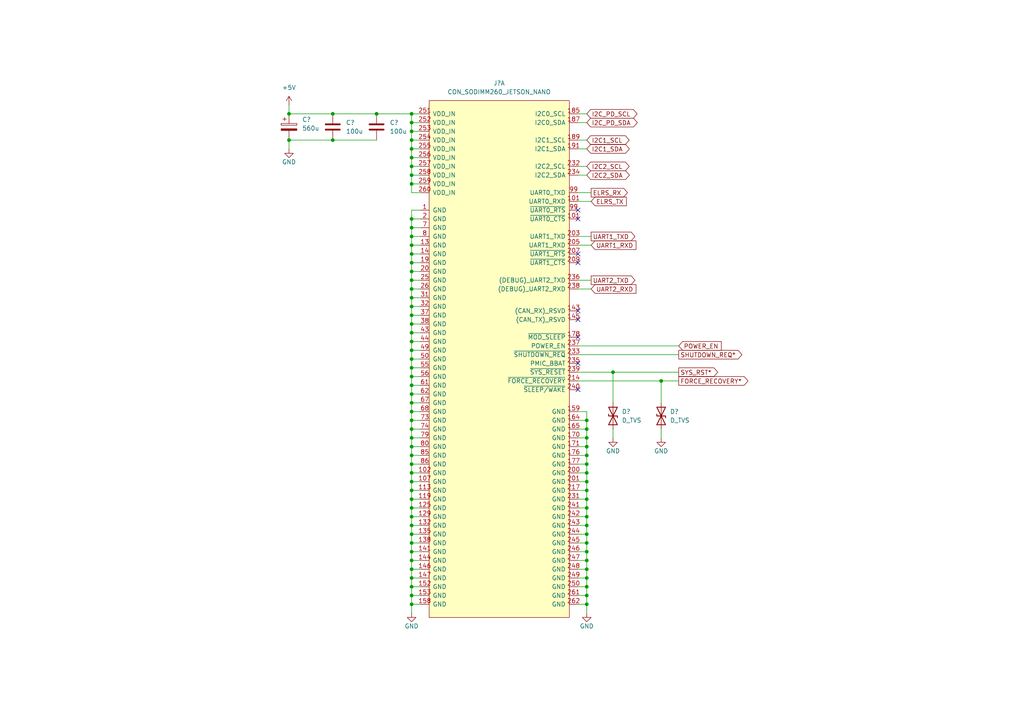
<source format=kicad_sch>
(kicad_sch (version 20211123) (generator eeschema)
  (paper "A4")
  (lib_symbols
    (symbol "Device:C" (pin_numbers hide) (pin_names (offset 0.254))
      (property "Reference" "C" (at 0.635 2.54 0))
      (property "Value" "C" (at 0.635 -2.54 0))
      (symbol "C_0_1"
        (polyline (pts (xy -2.032 -0.762) (xy 2.032 -0.762)) (stroke (width 0.508)))
        (polyline (pts (xy -2.032 0.762) (xy 2.032 0.762)) (stroke (width 0.508)))
      )
      (symbol "C_1_1"
        (pin passive line (at 0 3.81 270) (length 2.794) (name "~") (number "1"))
        (pin passive line (at 0 -3.81 90) (length 2.794) (name "~") (number "2"))
      )
    )
    (symbol "Device:C_Polarized" (pin_numbers hide) (pin_names (offset 0.254))
      (property "Reference" "C" (at 0.635 2.54 0))
      (property "Value" "C_Polarized" (at 0.635 -2.54 0))
      (symbol "C_Polarized_0_1"
        (rectangle (start -2.286 0.508) (end 2.286 1.016))
        (polyline (pts (xy -1.778 2.286) (xy -0.762 2.286)))
        (polyline (pts (xy -1.27 2.794) (xy -1.27 1.778)))
        (rectangle (start 2.286 -0.508) (end -2.286 -1.016) (fill (type outline)))
      )
      (symbol "C_Polarized_1_1"
        (pin passive line (at 0 3.81 270) (length 2.794) (name "~") (number "1"))
        (pin passive line (at 0 -3.81 90) (length 2.794) (name "~") (number "2"))
      )
    )
    (symbol "Device:D_TVS" (pin_numbers hide) (pin_names (offset 1.016) hide)
      (property "Reference" "D" (at 0 2.54 0))
      (property "Value" "D_TVS" (at 0 -2.54 0))
      (symbol "D_TVS_0_1"
        (polyline (pts (xy 1.27 0) (xy -1.27 0)))
        (polyline (pts (xy 0.508 1.27) (xy 0 1.27) (xy 0 -1.27) (xy -0.508 -1.27)) (stroke (width 0.254)))
        (polyline (pts (xy -2.54 1.27) (xy -2.54 -1.27) (xy 2.54 1.27) (xy 2.54 -1.27) (xy -2.54 1.27)) (stroke (width 0.254)))
      )
      (symbol "D_TVS_1_1"
        (pin passive line (at -3.81 0 0) (length 2.54) (name "A1") (number "1"))
        (pin passive line (at 3.81 0 180) (length 2.54) (name "A2") (number "2"))
      )
    )
    (symbol "SODIMM_Connector:CON_SODIMM260_JETSON_NANO" (pin_names (offset 1.016))
      (property "Reference" "J" (at 0 59.69 0))
      (property "Value" "CON_SODIMM260_JETSON_NANO" (at 0 55.88 0))
      (symbol "CON_SODIMM260_JETSON_NANO_1_1"
        (rectangle (start -20.32 73.66) (end 20.32 -76.2) (fill (type background)))
        (pin power_in line (at -22.86 41.91 0) (length 2.54) (name "GND") (number "1"))
        (pin input line (at 22.86 44.45 180) (length 2.54) (name "UART0_RXD") (number "101"))
        (pin input line (at 22.86 39.37 180) (length 2.54) (name "~{UART0_CTS}") (number "101"))
        (pin power_in line (at -22.86 -34.29 0) (length 2.54) (name "GND") (number "102"))
        (pin power_in line (at -22.86 -36.83 0) (length 2.54) (name "GND") (number "107"))
        (pin power_in line (at -22.86 -39.37 0) (length 2.54) (name "GND") (number "113"))
        (pin power_in line (at -22.86 -41.91 0) (length 2.54) (name "GND") (number "119"))
        (pin power_in line (at -22.86 -44.45 0) (length 2.54) (name "GND") (number "125"))
        (pin power_in line (at -22.86 -46.99 0) (length 2.54) (name "GND") (number "129"))
        (pin power_in line (at -22.86 31.75 0) (length 2.54) (name "GND") (number "13"))
        (pin power_in line (at -22.86 -49.53 0) (length 2.54) (name "GND") (number "132"))
        (pin power_in line (at -22.86 -52.07 0) (length 2.54) (name "GND") (number "135"))
        (pin power_in line (at -22.86 -54.61 0) (length 2.54) (name "GND") (number "138"))
        (pin power_in line (at -22.86 29.21 0) (length 2.54) (name "GND") (number "14"))
        (pin power_in line (at -22.86 -57.15 0) (length 2.54) (name "GND") (number "141"))
        (pin input line (at 22.86 12.7 180) (length 2.54) (name "(CAN_RX)_RSVD") (number "143"))
        (pin power_in line (at -22.86 -59.69 0) (length 2.54) (name "GND") (number "144"))
        (pin output line (at 22.86 10.16 180) (length 2.54) (name "(CAN_TX)_RSVD") (number "145"))
        (pin power_in line (at -22.86 -62.23 0) (length 2.54) (name "GND") (number "146"))
        (pin power_in line (at -22.86 -64.77 0) (length 2.54) (name "GND") (number "147"))
        (pin power_in line (at -22.86 -67.31 0) (length 2.54) (name "GND") (number "152"))
        (pin power_in line (at -22.86 -69.85 0) (length 2.54) (name "GND") (number "153"))
        (pin power_in line (at -22.86 -72.39 0) (length 2.54) (name "GND") (number "158"))
        (pin power_in line (at 22.86 -16.51 180) (length 2.54) (name "GND") (number "159"))
        (pin power_in line (at 22.86 -19.05 180) (length 2.54) (name "GND") (number "164"))
        (pin power_in line (at 22.86 -21.59 180) (length 2.54) (name "GND") (number "165"))
        (pin power_in line (at 22.86 -24.13 180) (length 2.54) (name "GND") (number "170"))
        (pin power_in line (at 22.86 -26.67 180) (length 2.54) (name "GND") (number "171"))
        (pin power_in line (at 22.86 -29.21 180) (length 2.54) (name "GND") (number "176"))
        (pin power_in line (at 22.86 -31.75 180) (length 2.54) (name "GND") (number "177"))
        (pin output line (at 22.86 5.08 180) (length 2.54) (name "~{MOD_SLEEP}") (number "178"))
        (pin bidirectional line (at 22.86 69.85 180) (length 2.54) (name "I2C0_SCL") (number "185"))
        (pin bidirectional line (at 22.86 67.31 180) (length 2.54) (name "I2C0_SDA") (number "187"))
        (pin bidirectional line (at 22.86 62.23 180) (length 2.54) (name "I2C1_SCL") (number "189"))
        (pin power_in line (at -22.86 26.67 0) (length 2.54) (name "GND") (number "19"))
        (pin bidirectional line (at 22.86 59.69 180) (length 2.54) (name "I2C1_SDA") (number "191"))
        (pin power_in line (at -22.86 39.37 0) (length 2.54) (name "GND") (number "2"))
        (pin power_in line (at -22.86 24.13 0) (length 2.54) (name "GND") (number "20"))
        (pin power_in line (at 22.86 -34.29 180) (length 2.54) (name "GND") (number "200"))
        (pin power_in line (at 22.86 -36.83 180) (length 2.54) (name "GND") (number "201"))
        (pin output line (at 22.86 34.29 180) (length 2.54) (name "UART1_TXD") (number "203"))
        (pin input line (at 22.86 31.75 180) (length 2.54) (name "UART1_RXD") (number "205"))
        (pin output line (at 22.86 29.21 180) (length 2.54) (name "~{UART1_RTS}") (number "207"))
        (pin input line (at 22.86 26.67 180) (length 2.54) (name "~{UART1_CTS}") (number "209"))
        (pin input line (at 22.86 -7.62 180) (length 2.54) (name "~{FORCE_RECOVERY}") (number "214"))
        (pin power_in line (at 22.86 -39.37 180) (length 2.54) (name "GND") (number "217"))
        (pin power_in line (at 22.86 -41.91 180) (length 2.54) (name "GND") (number "231"))
        (pin bidirectional line (at 22.86 54.61 180) (length 2.54) (name "I2C2_SCL") (number "232"))
        (pin output line (at 22.86 0 180) (length 2.54) (name "~{SHUTDOWN_REQ}") (number "233"))
        (pin bidirectional line (at 22.86 52.07 180) (length 2.54) (name "I2C2_SDA") (number "234"))
        (pin input line (at 22.86 -2.54 180) (length 2.54) (name "PMIC_BBAT") (number "235"))
        (pin output line (at 22.86 21.59 180) (length 2.54) (name "(DEBUG)_UART2_TXD") (number "236"))
        (pin input line (at 22.86 2.54 180) (length 2.54) (name "POWER_EN") (number "237"))
        (pin input line (at 22.86 19.05 180) (length 2.54) (name "(DEBUG)_UART2_RXD") (number "238"))
        (pin bidirectional line (at 22.86 -5.08 180) (length 2.54) (name "~{SYS_RESET}") (number "239"))
        (pin input line (at 22.86 -10.16 180) (length 2.54) (name "~{SLEEP/WAKE}") (number "240"))
        (pin power_in line (at 22.86 -44.45 180) (length 2.54) (name "GND") (number "241"))
        (pin power_in line (at 22.86 -46.99 180) (length 2.54) (name "GND") (number "242"))
        (pin power_in line (at 22.86 -49.53 180) (length 2.54) (name "GND") (number "243"))
        (pin power_in line (at 22.86 -52.07 180) (length 2.54) (name "GND") (number "244"))
        (pin power_in line (at 22.86 -54.61 180) (length 2.54) (name "GND") (number "245"))
        (pin power_in line (at 22.86 -57.15 180) (length 2.54) (name "GND") (number "246"))
        (pin power_in line (at 22.86 -59.69 180) (length 2.54) (name "GND") (number "247"))
        (pin power_in line (at 22.86 -62.23 180) (length 2.54) (name "GND") (number "248"))
        (pin power_in line (at 22.86 -64.77 180) (length 2.54) (name "GND") (number "249"))
        (pin power_in line (at -22.86 21.59 0) (length 2.54) (name "GND") (number "25"))
        (pin power_in line (at 22.86 -67.31 180) (length 2.54) (name "GND") (number "250"))
        (pin power_in line (at -22.86 69.85 0) (length 2.54) (name "VDD_IN") (number "251"))
        (pin power_in line (at -22.86 67.31 0) (length 2.54) (name "VDD_IN") (number "252"))
        (pin power_in line (at -22.86 64.77 0) (length 2.54) (name "VDD_IN") (number "253"))
        (pin power_in line (at -22.86 62.23 0) (length 2.54) (name "VDD_IN") (number "254"))
        (pin power_in line (at -22.86 59.69 0) (length 2.54) (name "VDD_IN") (number "255"))
        (pin power_in line (at -22.86 57.15 0) (length 2.54) (name "VDD_IN") (number "256"))
        (pin power_in line (at -22.86 54.61 0) (length 2.54) (name "VDD_IN") (number "257"))
        (pin power_in line (at -22.86 52.07 0) (length 2.54) (name "VDD_IN") (number "258"))
        (pin power_in line (at -22.86 49.53 0) (length 2.54) (name "VDD_IN") (number "259"))
        (pin power_in line (at -22.86 19.05 0) (length 2.54) (name "GND") (number "26"))
        (pin power_in line (at -22.86 46.99 0) (length 2.54) (name "VDD_IN") (number "260"))
        (pin power_in line (at 22.86 -69.85 180) (length 2.54) (name "GND") (number "261"))
        (pin power_in line (at 22.86 -72.39 180) (length 2.54) (name "GND") (number "262"))
        (pin power_in line (at -22.86 16.51 0) (length 2.54) (name "GND") (number "31"))
        (pin power_in line (at -22.86 13.97 0) (length 2.54) (name "GND") (number "32"))
        (pin power_in line (at -22.86 11.43 0) (length 2.54) (name "GND") (number "37"))
        (pin power_in line (at -22.86 8.89 0) (length 2.54) (name "GND") (number "38"))
        (pin power_in line (at -22.86 6.35 0) (length 2.54) (name "GND") (number "43"))
        (pin power_in line (at -22.86 3.81 0) (length 2.54) (name "GND") (number "44"))
        (pin power_in line (at -22.86 1.27 0) (length 2.54) (name "GND") (number "49"))
        (pin power_in line (at -22.86 -1.27 0) (length 2.54) (name "GND") (number "50"))
        (pin power_in line (at -22.86 -3.81 0) (length 2.54) (name "GND") (number "55"))
        (pin power_in line (at -22.86 -6.35 0) (length 2.54) (name "GND") (number "56"))
        (pin power_in line (at -22.86 -8.89 0) (length 2.54) (name "GND") (number "61"))
        (pin power_in line (at -22.86 -11.43 0) (length 2.54) (name "GND") (number "62"))
        (pin power_in line (at -22.86 -13.97 0) (length 2.54) (name "GND") (number "67"))
        (pin power_in line (at -22.86 -16.51 0) (length 2.54) (name "GND") (number "68"))
        (pin power_in line (at -22.86 36.83 0) (length 2.54) (name "GND") (number "7"))
        (pin power_in line (at -22.86 -19.05 0) (length 2.54) (name "GND") (number "73"))
        (pin power_in line (at -22.86 -21.59 0) (length 2.54) (name "GND") (number "74"))
        (pin power_in line (at -22.86 -24.13 0) (length 2.54) (name "GND") (number "79"))
        (pin power_in line (at -22.86 34.29 0) (length 2.54) (name "GND") (number "8"))
        (pin power_in line (at -22.86 -26.67 0) (length 2.54) (name "GND") (number "80"))
        (pin power_in line (at -22.86 -29.21 0) (length 2.54) (name "GND") (number "85"))
        (pin power_in line (at -22.86 -31.75 0) (length 2.54) (name "GND") (number "86"))
        (pin output line (at 22.86 46.99 180) (length 2.54) (name "UART0_TXD") (number "99"))
        (pin output line (at 22.86 41.91 180) (length 2.54) (name "~{UART0_RTS}") (number "99"))
      )
      (symbol "CON_SODIMM260_JETSON_NANO_2_1"
        (rectangle (start -24.13 71.12) (end 24.13 -71.12))
        (pin bidirectional line (at 26.67 54.61 180) (length 2.54) (name "~{CSI0_CLK}") (number "10"))
        (pin bidirectional line (at 26.67 -62.23 180) (length 2.54) (name "SPI1_MOSI") (number "104"))
        (pin bidirectional line (at 26.67 -57.15 180) (length 2.54) (name "SPI1_SCK") (number "106"))
        (pin bidirectional line (at 26.67 -59.69 180) (length 2.54) (name "SPI1_MISO") (number "108"))
        (pin bidirectional line (at -26.67 64.77 0) (length 2.54) (name "~{USB0_D}") (number "109"))
        (pin bidirectional line (at 26.67 40.64 180) (length 2.54) (name "CSI1_CLK(RSVD)") (number "11"))
        (pin bidirectional line (at 26.67 -64.77 180) (length 2.54) (name "~{SPI1_CS0}") (number "110"))
        (pin bidirectional line (at -26.67 67.31 0) (length 2.54) (name "USB0_D") (number "111"))
        (pin bidirectional line (at 26.67 -67.31 180) (length 2.54) (name "~{SPI1_CS1}") (number "112"))
        (pin bidirectional line (at 26.67 -27.94 180) (length 2.54) (name "CAM0_PWDN") (number "114"))
        (pin bidirectional line (at -26.67 58.42 0) (length 2.54) (name "~{USB1_D}") (number "115"))
        (pin bidirectional line (at 26.67 -25.4 180) (length 2.54) (name "CAM0_MCLK") (number "116"))
        (pin bidirectional line (at -26.67 60.96 0) (length 2.54) (name "USB1_D") (number "117"))
        (pin output line (at -26.67 -34.29 0) (length 2.54) (name "GPIO01(CLK)") (number "118"))
        (pin bidirectional line (at 26.67 57.15 180) (length 2.54) (name "CSI0_CLK") (number "12"))
        (pin bidirectional line (at 26.67 -33.02 180) (length 2.54) (name "CAM1_PWDN") (number "120"))
        (pin bidirectional line (at -26.67 52.07 0) (length 2.54) (name "~{USB2_D}") (number "121"))
        (pin bidirectional line (at 26.67 -30.48 180) (length 2.54) (name "CAM1_MCLK") (number "122"))
        (pin bidirectional line (at -26.67 54.61 0) (length 2.54) (name "USB2_D") (number "123"))
        (pin bidirectional line (at -26.67 -36.83 0) (length 2.54) (name "GPIO02") (number "124"))
        (pin bidirectional line (at -26.67 -39.37 0) (length 2.54) (name "GPIO03") (number "126"))
        (pin bidirectional line (at -26.67 -41.91 0) (length 2.54) (name "GPIO04") (number "127"))
        (pin bidirectional line (at -26.67 -44.45 0) (length 2.54) (name "GPIO05") (number "128"))
        (pin bidirectional line (at -26.67 -46.99 0) (length 2.54) (name "GPIO06") (number "130"))
        (pin bidirectional line (at 26.67 43.18 180) (length 2.54) (name "~{CSI1_D1}") (number "15"))
        (pin bidirectional line (at 26.67 59.69 180) (length 2.54) (name "~{CSI0_D1}") (number "16"))
        (pin bidirectional line (at 26.67 45.72 180) (length 2.54) (name "CSI1_D1") (number "17"))
        (pin bidirectional line (at 26.67 62.23 180) (length 2.54) (name "CSI0_D1") (number "18"))
        (pin bidirectional line (at -26.67 16.51 0) (length 2.54) (name "~{GBE_MDI0}") (number "184"))
        (pin bidirectional line (at -26.67 19.05 0) (length 2.54) (name "GBE_MDI0") (number "186"))
        (pin output line (at -26.67 24.13 0) (length 2.54) (name "GBE_LED_LINK") (number "188"))
        (pin bidirectional line (at -26.67 11.43 0) (length 2.54) (name "~{GBE_MDI1}") (number "190"))
        (pin bidirectional line (at -26.67 13.97 0) (length 2.54) (name "GBE_MDI1") (number "192"))
        (pin output line (at -26.67 48.26 0) (length 2.54) (name "I2S0_DOUT") (number "193"))
        (pin output line (at -26.67 21.59 0) (length 2.54) (name "GBE_LED_ACT") (number "194"))
        (pin input line (at -26.67 45.72 0) (length 2.54) (name "I2S0_DIN") (number "195"))
        (pin bidirectional line (at -26.67 6.35 0) (length 2.54) (name "~{GBE_MDI2}") (number "196"))
        (pin bidirectional line (at -26.67 43.18 0) (length 2.54) (name "I2S0_FS") (number "197"))
        (pin bidirectional line (at -26.67 8.89 0) (length 2.54) (name "GBE_MDI2") (number "198"))
        (pin bidirectional line (at -26.67 40.64 0) (length 2.54) (name "I2S0_SCLK") (number "199"))
        (pin bidirectional line (at -26.67 1.27 0) (length 2.54) (name "~{GBE_MDI3}") (number "202"))
        (pin bidirectional line (at -26.67 3.81 0) (length 2.54) (name "GBE_MDI3") (number "204"))
        (pin bidirectional line (at -26.67 -49.53 0) (length 2.54) (name "GPIO07(PWM)") (number "206"))
        (pin bidirectional line (at -26.67 -52.07 0) (length 2.54) (name "GPIO08(SDMMC_CD)") (number "208"))
        (pin bidirectional line (at 26.67 15.24 180) (length 2.54) (name "~{CSI3_D0}") (number "21"))
        (pin bidirectional line (at -26.67 -54.61 0) (length 2.54) (name "GPIO09(AUD_MCLK)") (number "211"))
        (pin bidirectional line (at -26.67 -57.15 0) (length 2.54) (name "GPIO10") (number "212"))
        (pin bidirectional line (at 26.67 -36.83 180) (length 2.54) (name "CAM_I2C_SCL") (number "213"))
        (pin bidirectional line (at 26.67 -39.37 180) (length 2.54) (name "CAM_I2C_SDA") (number "215"))
        (pin bidirectional line (at -26.67 -59.69 0) (length 2.54) (name "GPIO11(CLK)") (number "216"))
        (pin bidirectional line (at -26.67 -62.23 0) (length 2.54) (name "GPIO12") (number "218"))
        (pin bidirectional line (at -26.67 -3.81 0) (length 2.54) (name "SDMMC_DAT0") (number "219"))
        (pin bidirectional line (at 26.67 31.75 180) (length 2.54) (name "~{CSI2_D0}") (number "22"))
        (pin output line (at -26.67 36.83 0) (length 2.54) (name "I2S1_DOUT") (number "220"))
        (pin bidirectional line (at -26.67 -6.35 0) (length 2.54) (name "SDMMC_DAT1") (number "221"))
        (pin input line (at -26.67 34.29 0) (length 2.54) (name "I2S1_DIN") (number "222"))
        (pin bidirectional line (at -26.67 -8.89 0) (length 2.54) (name "SDMMC_DAT2") (number "223"))
        (pin bidirectional line (at -26.67 31.75 0) (length 2.54) (name "I2S1_FS") (number "224"))
        (pin bidirectional line (at -26.67 -11.43 0) (length 2.54) (name "SDMMC_DAT3") (number "225"))
        (pin bidirectional line (at -26.67 29.21 0) (length 2.54) (name "I2S1_SCLK") (number "226"))
        (pin bidirectional line (at -26.67 -13.97 0) (length 2.54) (name "SDMMC_CMD") (number "227"))
        (pin bidirectional line (at -26.67 -64.77 0) (length 2.54) (name "GPIO13(PWM)") (number "228"))
        (pin bidirectional line (at -26.67 -16.51 0) (length 2.54) (name "SDMMC_CLK") (number "229"))
        (pin bidirectional line (at 26.67 17.78 180) (length 2.54) (name "CSI3_D0") (number "23"))
        (pin bidirectional line (at -26.67 -67.31 0) (length 2.54) (name "GPIO14(PWM)") (number "230"))
        (pin bidirectional line (at 26.67 34.29 180) (length 2.54) (name "CSI2_D0") (number "24"))
        (pin bidirectional line (at 26.67 5.08 180) (length 2.54) (name "~{CSI3_CLK}") (number "27"))
        (pin bidirectional line (at 26.67 21.59 180) (length 2.54) (name "~{CSI2_CLK}") (number "28"))
        (pin bidirectional line (at 26.67 7.62 180) (length 2.54) (name "CSI3_CLK") (number "29"))
        (pin bidirectional line (at 26.67 48.26 180) (length 2.54) (name "~{CSI1_D0}") (number "3"))
        (pin bidirectional line (at 26.67 24.13 180) (length 2.54) (name "CSI2_CLK") (number "30"))
        (pin bidirectional line (at 26.67 10.16 180) (length 2.54) (name "~{CSI3_D1}") (number "33"))
        (pin bidirectional line (at 26.67 26.67 180) (length 2.54) (name "~{CSI2_D1}") (number "34"))
        (pin bidirectional line (at 26.67 12.7 180) (length 2.54) (name "CSI3_D1") (number "35"))
        (pin bidirectional line (at 26.67 29.21 180) (length 2.54) (name "CSI2_D1") (number "36"))
        (pin bidirectional line (at 26.67 64.77 180) (length 2.54) (name "~{CSI0_D0}") (number "4"))
        (pin bidirectional line (at 26.67 -1.27 180) (length 2.54) (name "~{CSI4_D2}") (number "40"))
        (pin bidirectional line (at 26.67 1.27 180) (length 2.54) (name "CSI4_D2") (number "42"))
        (pin bidirectional line (at 26.67 -6.35 180) (length 2.54) (name "~{CSI4_D0}") (number "46"))
        (pin bidirectional line (at 26.67 -3.81 180) (length 2.54) (name "CSI4_D0") (number "48"))
        (pin bidirectional line (at 26.67 50.8 180) (length 2.54) (name "CSI1_D0") (number "5"))
        (pin bidirectional line (at 26.67 -11.43 180) (length 2.54) (name "~{CSI4_CLK}") (number "52"))
        (pin bidirectional line (at 26.67 -8.89 180) (length 2.54) (name "CSI4_CLK") (number "54"))
        (pin bidirectional line (at 26.67 -16.51 180) (length 2.54) (name "~{CSI4_D1}") (number "58"))
        (pin bidirectional line (at 26.67 67.31 180) (length 2.54) (name "CSI0_D0") (number "6"))
        (pin bidirectional line (at 26.67 -13.97 180) (length 2.54) (name "CSI4_D1") (number "60"))
        (pin bidirectional line (at 26.67 -21.59 180) (length 2.54) (name "~{CSI4_D3}") (number "64"))
        (pin bidirectional line (at 26.67 -19.05 180) (length 2.54) (name "CSI4_D3") (number "66"))
        (pin output line (at -26.67 -31.75 0) (length 2.54) (name "GPIO00(USB_VBUS_EN0)") (number "87"))
        (pin bidirectional line (at 26.67 -48.26 180) (length 2.54) (name "SPI0_MOSI") (number "89"))
        (pin bidirectional line (at 26.67 38.1 180) (length 2.54) (name "~{CSI1_CLK(RSVD})") (number "9"))
        (pin bidirectional line (at 26.67 -43.18 180) (length 2.54) (name "SPI0_SCK") (number "91"))
        (pin bidirectional line (at 26.67 -45.72 180) (length 2.54) (name "SPI0_MISO") (number "93"))
        (pin bidirectional line (at 26.67 -50.8 180) (length 2.54) (name "~{SPI0_CS0}") (number "95"))
        (pin bidirectional line (at 26.67 -53.34 180) (length 2.54) (name "~{SPI0_CS1}") (number "97"))
      )
      (symbol "CON_SODIMM260_JETSON_NANO_3_1"
        (rectangle (start -31.75 53.34) (end 31.75 -52.07))
        (pin bidirectional line (at -34.29 -21.59 0) (length 2.54) (name "DP1_AUX_P(HDMI_DDC_SCL)") (number "100"))
        (pin bidirectional line (at 34.29 22.86 180) (length 2.54) (name "~{PCIE0_RX0}") (number "131"))
        (pin bidirectional line (at 34.29 25.4 180) (length 2.54) (name "PCIE0_RX0") (number "133"))
        (pin bidirectional line (at 34.29 27.94 180) (length 2.54) (name "~{PCIE0_TX0}") (number "134"))
        (pin bidirectional line (at 34.29 30.48 180) (length 2.54) (name "PCIE0_TX0") (number "136"))
        (pin bidirectional line (at 34.29 11.43 180) (length 2.54) (name "~{PCIE0_RX1}") (number "137"))
        (pin bidirectional line (at 34.29 13.97 180) (length 2.54) (name "PCIE0_RX1") (number "139"))
        (pin bidirectional line (at 34.29 16.51 180) (length 2.54) (name "~{PCIE0_TX1}") (number "140"))
        (pin bidirectional line (at 34.29 19.05 180) (length 2.54) (name "PCIE0_TX1") (number "142"))
        (pin bidirectional line (at 34.29 5.08 180) (length 2.54) (name "~{PCIE0_TX2}") (number "148"))
        (pin bidirectional line (at 34.29 0 180) (length 2.54) (name "~{PCIE0_RX2}") (number "149"))
        (pin bidirectional line (at 34.29 7.62 180) (length 2.54) (name "PCIE0_TX2") (number "150"))
        (pin bidirectional line (at 34.29 2.54 180) (length 2.54) (name "PCIE0_RX2") (number "151"))
        (pin bidirectional line (at 34.29 -6.35 180) (length 2.54) (name "~{PCIE0_TX3}") (number "154"))
        (pin bidirectional line (at 34.29 -11.43 180) (length 2.54) (name "~{PCIE0_RX3}") (number "155"))
        (pin bidirectional line (at 34.29 -3.81 180) (length 2.54) (name "PCIE0_TX3") (number "156"))
        (pin bidirectional line (at 34.29 -8.89 180) (length 2.54) (name "PCIE0_RX3") (number "157"))
        (pin bidirectional line (at 34.29 34.29 180) (length 2.54) (name "~{PCIE0_CLK}") (number "160"))
        (pin bidirectional line (at 34.29 -22.86 180) (length 2.54) (name "~{USBSS_RX}") (number "161"))
        (pin bidirectional line (at 34.29 36.83 180) (length 2.54) (name "PCIE0_CLK") (number "162"))
        (pin bidirectional line (at 34.29 -20.32 180) (length 2.54) (name "USBSS_RX") (number "163"))
        (pin bidirectional line (at 34.29 -17.78 180) (length 2.54) (name "~{USBSS_TX}") (number "166"))
        (pin bidirectional line (at 34.29 -48.26 180) (length 2.54) (name "~{(PCIE1_TX0})RSVD") (number "167"))
        (pin bidirectional line (at 34.29 -15.24 180) (length 2.54) (name "USBSS_TX") (number "168"))
        (pin bidirectional line (at 34.29 -45.72 180) (length 2.54) (name "(PCIE1_RX0)RSVD") (number "169"))
        (pin bidirectional line (at 34.29 -43.18 180) (length 2.54) (name "~{(PCIE1_TX0})RSVD") (number "172"))
        (pin bidirectional line (at 34.29 -36.83 180) (length 2.54) (name "~{(PCIE1_CLK})RSVD") (number "173"))
        (pin bidirectional line (at 34.29 -40.64 180) (length 2.54) (name "(PCIE1_TX0)RSVD") (number "174"))
        (pin bidirectional line (at 34.29 -34.29 180) (length 2.54) (name "(PCIE1_CLK)RSVD") (number "175"))
        (pin bidirectional line (at 34.29 48.26 180) (length 2.54) (name "~{PCIE_WAKE}") (number "179"))
        (pin bidirectional line (at 34.29 40.64 180) (length 2.54) (name "~{PCIE0_CLKREQ}") (number "180"))
        (pin bidirectional line (at 34.29 44.45 180) (length 2.54) (name "~{PCIE0_RST}") (number "181"))
        (pin bidirectional line (at 34.29 -30.48 180) (length 2.54) (name "~{(PCIE1_CLKREQ})RSVD") (number "182"))
        (pin bidirectional line (at 34.29 -26.67 180) (length 2.54) (name "~{(PCIE1_RST})RSVD") (number "183"))
        (pin bidirectional line (at -34.29 -48.26 0) (length 2.54) (name "CLK_32K_OUT") (number "210"))
        (pin bidirectional line (at -34.29 29.21 0) (length 2.54) (name "~{DP0_TXD0}") (number "39"))
        (pin bidirectional line (at -34.29 31.75 0) (length 2.54) (name "DP0_TXD0") (number "41"))
        (pin bidirectional line (at -34.29 24.13 0) (length 2.54) (name "~{DP0_TXD1}") (number "45"))
        (pin bidirectional line (at -34.29 26.67 0) (length 2.54) (name "DP0_TXD1") (number "47"))
        (pin bidirectional line (at -34.29 19.05 0) (length 2.54) (name "~{DP0_TXD2}") (number "51"))
        (pin bidirectional line (at -34.29 21.59 0) (length 2.54) (name "DP0_TXD2") (number "53"))
        (pin bidirectional line (at -34.29 13.97 0) (length 2.54) (name "~{DP0_TXD3}") (number "57"))
        (pin bidirectional line (at -34.29 16.51 0) (length 2.54) (name "DP0_TXD3") (number "59"))
        (pin bidirectional line (at -34.29 -2.54 0) (length 2.54) (name "~{DP1_TXD0(HDMI_TXD2})") (number "63"))
        (pin bidirectional line (at -34.29 0 0) (length 2.54) (name "DP1_TXD0(HDMI_TXD2)") (number "65"))
        (pin bidirectional line (at -34.29 -7.62 0) (length 2.54) (name "~{DP1_TXD1(HDMI_TXD1})") (number "69"))
        (pin bidirectional line (at -34.29 46.99 0) (length 2.54) (name "~{DSI_D0}") (number "70"))
        (pin bidirectional line (at -34.29 -5.08 0) (length 2.54) (name "DP1_TXD1(HDMI_TXD1)") (number "71"))
        (pin bidirectional line (at -34.29 49.53 0) (length 2.54) (name "DSI_D0") (number "72"))
        (pin bidirectional line (at -34.29 -12.7 0) (length 2.54) (name "~{DP1_TXD2(HDMI_TXD0})") (number "75"))
        (pin bidirectional line (at -34.29 36.83 0) (length 2.54) (name "~{DSI_CLK}") (number "76"))
        (pin bidirectional line (at -34.29 -10.16 0) (length 2.54) (name "DP1_TXD2(HDMI_TXD0)") (number "77"))
        (pin bidirectional line (at -34.29 39.37 0) (length 2.54) (name "DSI_CLK") (number "78"))
        (pin bidirectional line (at -34.29 -17.78 0) (length 2.54) (name "~{DP1_TXD3(HDMI_TXC})") (number "81"))
        (pin bidirectional line (at -34.29 41.91 0) (length 2.54) (name "~{DSI_D1}") (number "82"))
        (pin bidirectional line (at -34.29 -15.24 0) (length 2.54) (name "DP1_TXD3(HDMI_TXC)") (number "83"))
        (pin bidirectional line (at -34.29 44.45 0) (length 2.54) (name "DSI_D1") (number "84"))
        (pin bidirectional line (at -34.29 3.81 0) (length 2.54) (name "DP0_HPD") (number "88"))
        (pin bidirectional line (at -34.29 7.62 0) (length 2.54) (name "~{DP0_AUX}") (number "90"))
        (pin bidirectional line (at -34.29 10.16 0) (length 2.54) (name "DP0_AUX") (number "92"))
        (pin bidirectional line (at -34.29 -30.48 0) (length 2.54) (name "HDMI_CEC") (number "94"))
        (pin bidirectional line (at -34.29 -27.94 0) (length 2.54) (name "DP1_HPD(HDMI_HPD)") (number "96"))
        (pin bidirectional line (at -34.29 -24.13 0) (length 2.54) (name "~{DP1_AUX_N(HDMI_DDC_SDA})") (number "98"))
      )
    )
    (symbol "power:+5V" (power) (pin_names (offset 0))
      (property "Value" "+5V" (at 0 3.556 0))
      (symbol "+5V_0_1"
        (polyline (pts (xy -0.762 1.27) (xy 0 2.54)))
        (polyline (pts (xy 0 0) (xy 0 2.54)))
        (polyline (pts (xy 0 2.54) (xy 0.762 1.27)))
      )
      (symbol "+5V_1_1"
        (pin power_in line (at 0 0 90) (length 0) hide (name "+5V") (number "1"))
      )
    )
    (symbol "power:GND" (power) (pin_names (offset 0))
      (property "Value" "GND" (at 0 -3.81 0))
      (symbol "GND_0_1"
        (polyline (pts (xy 0 0) (xy 0 -1.27) (xy 1.27 -1.27) (xy 0 -2.54) (xy -1.27 -1.27) (xy 0 -1.27)))
      )
      (symbol "GND_1_1"
        (pin power_in line (at 0 0 270) (length 0) hide (name "GND") (number "1"))
      )
    )
  )
  (junction (at 119.38 99.06))
  (junction (at 119.38 48.26))
  (junction (at 119.38 68.58))
  (junction (at 170.18 139.7))
  (junction (at 119.38 147.32))
  (junction (at 119.38 81.28))
  (junction (at 170.18 149.86))
  (junction (at 170.18 154.94))
  (junction (at 119.38 139.7))
  (junction (at 191.77 110.49))
  (junction (at 96.52 40.64))
  (junction (at 119.38 33.02))
  (junction (at 83.82 40.64))
  (junction (at 119.38 96.52))
  (junction (at 119.38 93.98))
  (junction (at 109.22 33.02))
  (junction (at 96.52 33.02))
  (junction (at 119.38 91.44))
  (junction (at 170.18 162.56))
  (junction (at 119.38 76.2))
  (junction (at 119.38 134.62))
  (junction (at 119.38 104.14))
  (junction (at 119.38 50.8))
  (junction (at 83.82 33.02))
  (junction (at 170.18 170.18))
  (junction (at 177.8 107.95))
  (junction (at 119.38 71.12))
  (junction (at 170.18 175.26))
  (junction (at 119.38 45.72))
  (junction (at 170.18 132.08))
  (junction (at 119.38 63.5))
  (junction (at 119.38 83.82))
  (junction (at 119.38 35.56))
  (junction (at 119.38 165.1))
  (junction (at 119.38 144.78))
  (junction (at 119.38 172.72))
  (junction (at 119.38 119.38))
  (junction (at 119.38 78.74))
  (junction (at 119.38 111.76))
  (junction (at 170.18 142.24))
  (junction (at 170.18 134.62))
  (junction (at 119.38 157.48))
  (junction (at 170.18 167.64))
  (junction (at 119.38 40.64))
  (junction (at 170.18 165.1))
  (junction (at 170.18 160.02))
  (junction (at 119.38 88.9))
  (junction (at 119.38 38.1))
  (junction (at 119.38 175.26))
  (junction (at 119.38 101.6))
  (junction (at 170.18 144.78))
  (junction (at 119.38 53.34))
  (junction (at 119.38 162.56))
  (junction (at 170.18 157.48))
  (junction (at 119.38 137.16))
  (junction (at 170.18 147.32))
  (junction (at 119.38 170.18))
  (junction (at 119.38 142.24))
  (junction (at 170.18 121.92))
  (junction (at 119.38 152.4))
  (junction (at 170.18 127))
  (junction (at 170.18 124.46))
  (junction (at 119.38 86.36))
  (junction (at 119.38 73.66))
  (junction (at 119.38 66.04))
  (junction (at 119.38 121.92))
  (junction (at 119.38 149.86))
  (junction (at 119.38 109.22))
  (junction (at 119.38 43.18))
  (junction (at 119.38 132.08))
  (junction (at 119.38 160.02))
  (junction (at 119.38 167.64))
  (junction (at 119.38 116.84))
  (junction (at 170.18 172.72))
  (junction (at 119.38 106.68))
  (junction (at 170.18 152.4))
  (junction (at 170.18 137.16))
  (junction (at 119.38 129.54))
  (junction (at 119.38 114.3))
  (junction (at 119.38 124.46))
  (junction (at 119.38 154.94))
  (junction (at 119.38 127))
  (junction (at 170.18 129.54))
  (no_connect (at 167.64 105.41))
  (no_connect (at 167.64 97.79))
  (no_connect (at 167.64 76.2))
  (no_connect (at 167.64 73.66))
  (no_connect (at 167.64 63.5))
  (no_connect (at 167.64 60.96))
  (no_connect (at 167.64 113.03))
  (no_connect (at 167.64 92.71))
  (no_connect (at 167.64 90.17))
  (wire (pts (xy 119.38 124.46) (xy 119.38 127)))
  (wire (pts (xy 167.64 81.28) (xy 171.45 81.28)))
  (wire (pts (xy 96.52 40.64) (xy 109.22 40.64)))
  (wire (pts (xy 121.92 60.96) (xy 119.38 60.96)))
  (wire (pts (xy 170.18 132.08) (xy 170.18 134.62)))
  (wire (pts (xy 170.18 177.8) (xy 170.18 175.26)))
  (wire (pts (xy 119.38 96.52) (xy 121.92 96.52)))
  (wire (pts (xy 121.92 172.72) (xy 119.38 172.72)))
  (wire (pts (xy 119.38 48.26) (xy 119.38 50.8)))
  (wire (pts (xy 119.38 53.34) (xy 119.38 55.88)))
  (wire (pts (xy 119.38 81.28) (xy 121.92 81.28)))
  (wire (pts (xy 119.38 137.16) (xy 119.38 139.7)))
  (wire (pts (xy 119.38 93.98) (xy 121.92 93.98)))
  (wire (pts (xy 191.77 110.49) (xy 191.77 116.84)))
  (wire (pts (xy 119.38 152.4) (xy 119.38 154.94)))
  (wire (pts (xy 177.8 107.95) (xy 196.85 107.95)))
  (wire (pts (xy 119.38 86.36) (xy 121.92 86.36)))
  (wire (pts (xy 119.38 78.74) (xy 121.92 78.74)))
  (wire (pts (xy 167.64 154.94) (xy 170.18 154.94)))
  (wire (pts (xy 167.64 83.82) (xy 171.45 83.82)))
  (wire (pts (xy 119.38 116.84) (xy 119.38 119.38)))
  (wire (pts (xy 83.82 33.02) (xy 96.52 33.02)))
  (wire (pts (xy 119.38 101.6) (xy 119.38 104.14)))
  (wire (pts (xy 170.18 157.48) (xy 170.18 160.02)))
  (wire (pts (xy 119.38 121.92) (xy 119.38 124.46)))
  (wire (pts (xy 119.38 71.12) (xy 121.92 71.12)))
  (wire (pts (xy 119.38 147.32) (xy 119.38 149.86)))
  (wire (pts (xy 170.18 134.62) (xy 170.18 137.16)))
  (wire (pts (xy 119.38 91.44) (xy 119.38 93.98)))
  (wire (pts (xy 119.38 76.2) (xy 121.92 76.2)))
  (wire (pts (xy 170.18 149.86) (xy 170.18 152.4)))
  (wire (pts (xy 167.64 142.24) (xy 170.18 142.24)))
  (wire (pts (xy 170.18 129.54) (xy 170.18 132.08)))
  (wire (pts (xy 83.82 40.64) (xy 83.82 43.18)))
  (wire (pts (xy 167.64 55.88) (xy 171.45 55.88)))
  (wire (pts (xy 119.38 45.72) (xy 121.92 45.72)))
  (wire (pts (xy 119.38 38.1) (xy 119.38 40.64)))
  (wire (pts (xy 119.38 124.46) (xy 121.92 124.46)))
  (wire (pts (xy 119.38 119.38) (xy 119.38 121.92)))
  (wire (pts (xy 170.18 139.7) (xy 170.18 142.24)))
  (wire (pts (xy 167.64 50.8) (xy 170.18 50.8)))
  (wire (pts (xy 170.18 121.92) (xy 170.18 124.46)))
  (wire (pts (xy 170.18 127) (xy 170.18 129.54)))
  (wire (pts (xy 119.38 96.52) (xy 119.38 99.06)))
  (wire (pts (xy 119.38 35.56) (xy 119.38 38.1)))
  (wire (pts (xy 170.18 172.72) (xy 170.18 175.26)))
  (wire (pts (xy 119.38 154.94) (xy 121.92 154.94)))
  (wire (pts (xy 119.38 134.62) (xy 121.92 134.62)))
  (wire (pts (xy 167.64 121.92) (xy 170.18 121.92)))
  (wire (pts (xy 119.38 43.18) (xy 119.38 45.72)))
  (wire (pts (xy 167.64 40.64) (xy 170.18 40.64)))
  (wire (pts (xy 119.38 40.64) (xy 119.38 43.18)))
  (wire (pts (xy 119.38 99.06) (xy 119.38 101.6)))
  (wire (pts (xy 119.38 83.82) (xy 121.92 83.82)))
  (wire (pts (xy 119.38 106.68) (xy 121.92 106.68)))
  (wire (pts (xy 119.38 35.56) (xy 121.92 35.56)))
  (wire (pts (xy 119.38 132.08) (xy 121.92 132.08)))
  (wire (pts (xy 170.18 175.26) (xy 167.64 175.26)))
  (wire (pts (xy 119.38 157.48) (xy 121.92 157.48)))
  (wire (pts (xy 119.38 45.72) (xy 119.38 48.26)))
  (wire (pts (xy 119.38 144.78) (xy 119.38 147.32)))
  (wire (pts (xy 119.38 147.32) (xy 121.92 147.32)))
  (wire (pts (xy 167.64 137.16) (xy 170.18 137.16)))
  (wire (pts (xy 167.64 71.12) (xy 171.45 71.12)))
  (wire (pts (xy 119.38 53.34) (xy 121.92 53.34)))
  (wire (pts (xy 121.92 175.26) (xy 119.38 175.26)))
  (wire (pts (xy 170.18 147.32) (xy 170.18 149.86)))
  (wire (pts (xy 119.38 160.02) (xy 119.38 162.56)))
  (wire (pts (xy 167.64 162.56) (xy 170.18 162.56)))
  (wire (pts (xy 167.64 167.64) (xy 170.18 167.64)))
  (wire (pts (xy 119.38 88.9) (xy 121.92 88.9)))
  (wire (pts (xy 119.38 119.38) (xy 121.92 119.38)))
  (wire (pts (xy 167.64 172.72) (xy 170.18 172.72)))
  (wire (pts (xy 119.38 83.82) (xy 119.38 86.36)))
  (wire (pts (xy 119.38 149.86) (xy 121.92 149.86)))
  (wire (pts (xy 167.64 149.86) (xy 170.18 149.86)))
  (wire (pts (xy 119.38 101.6) (xy 121.92 101.6)))
  (wire (pts (xy 167.64 144.78) (xy 170.18 144.78)))
  (wire (pts (xy 119.38 104.14) (xy 119.38 106.68)))
  (wire (pts (xy 119.38 109.22) (xy 119.38 111.76)))
  (wire (pts (xy 167.64 147.32) (xy 170.18 147.32)))
  (wire (pts (xy 119.38 73.66) (xy 119.38 76.2)))
  (wire (pts (xy 119.38 129.54) (xy 119.38 132.08)))
  (wire (pts (xy 167.64 102.87) (xy 196.85 102.87)))
  (wire (pts (xy 167.64 127) (xy 170.18 127)))
  (wire (pts (xy 170.18 160.02) (xy 170.18 162.56)))
  (wire (pts (xy 167.64 124.46) (xy 170.18 124.46)))
  (wire (pts (xy 119.38 165.1) (xy 119.38 167.64)))
  (wire (pts (xy 119.38 50.8) (xy 121.92 50.8)))
  (wire (pts (xy 170.18 119.38) (xy 170.18 121.92)))
  (wire (pts (xy 119.38 142.24) (xy 121.92 142.24)))
  (wire (pts (xy 119.38 63.5) (xy 119.38 66.04)))
  (wire (pts (xy 119.38 91.44) (xy 121.92 91.44)))
  (wire (pts (xy 119.38 86.36) (xy 119.38 88.9)))
  (wire (pts (xy 119.38 40.64) (xy 121.92 40.64)))
  (wire (pts (xy 167.64 134.62) (xy 170.18 134.62)))
  (wire (pts (xy 170.18 144.78) (xy 170.18 147.32)))
  (wire (pts (xy 119.38 104.14) (xy 121.92 104.14)))
  (wire (pts (xy 119.38 162.56) (xy 119.38 165.1)))
  (wire (pts (xy 119.38 162.56) (xy 121.92 162.56)))
  (wire (pts (xy 119.38 111.76) (xy 119.38 114.3)))
  (wire (pts (xy 119.38 167.64) (xy 119.38 170.18)))
  (wire (pts (xy 167.64 152.4) (xy 170.18 152.4)))
  (wire (pts (xy 119.38 76.2) (xy 119.38 78.74)))
  (wire (pts (xy 170.18 165.1) (xy 170.18 167.64)))
  (wire (pts (xy 119.38 66.04) (xy 121.92 66.04)))
  (wire (pts (xy 119.38 78.74) (xy 119.38 81.28)))
  (wire (pts (xy 119.38 127) (xy 121.92 127)))
  (wire (pts (xy 119.38 114.3) (xy 121.92 114.3)))
  (wire (pts (xy 167.64 139.7) (xy 170.18 139.7)))
  (wire (pts (xy 119.38 48.26) (xy 121.92 48.26)))
  (wire (pts (xy 119.38 43.18) (xy 121.92 43.18)))
  (wire (pts (xy 119.38 116.84) (xy 121.92 116.84)))
  (wire (pts (xy 119.38 68.58) (xy 121.92 68.58)))
  (wire (pts (xy 177.8 124.46) (xy 177.8 127)))
  (wire (pts (xy 119.38 55.88) (xy 121.92 55.88)))
  (wire (pts (xy 119.38 144.78) (xy 121.92 144.78)))
  (wire (pts (xy 167.64 170.18) (xy 170.18 170.18)))
  (wire (pts (xy 170.18 137.16) (xy 170.18 139.7)))
  (wire (pts (xy 119.38 109.22) (xy 121.92 109.22)))
  (wire (pts (xy 119.38 152.4) (xy 121.92 152.4)))
  (wire (pts (xy 119.38 99.06) (xy 121.92 99.06)))
  (wire (pts (xy 167.64 58.42) (xy 171.45 58.42)))
  (wire (pts (xy 119.38 170.18) (xy 121.92 170.18)))
  (wire (pts (xy 83.82 30.48) (xy 83.82 33.02)))
  (wire (pts (xy 119.38 60.96) (xy 119.38 63.5)))
  (wire (pts (xy 119.38 139.7) (xy 119.38 142.24)))
  (wire (pts (xy 119.38 175.26) (xy 119.38 177.8)))
  (wire (pts (xy 109.22 33.02) (xy 119.38 33.02)))
  (wire (pts (xy 191.77 124.46) (xy 191.77 127)))
  (wire (pts (xy 119.38 139.7) (xy 121.92 139.7)))
  (wire (pts (xy 96.52 33.02) (xy 109.22 33.02)))
  (wire (pts (xy 170.18 124.46) (xy 170.18 127)))
  (wire (pts (xy 119.38 165.1) (xy 121.92 165.1)))
  (wire (pts (xy 119.38 106.68) (xy 119.38 109.22)))
  (wire (pts (xy 119.38 38.1) (xy 121.92 38.1)))
  (wire (pts (xy 119.38 149.86) (xy 119.38 152.4)))
  (wire (pts (xy 167.64 160.02) (xy 170.18 160.02)))
  (wire (pts (xy 167.64 33.02) (xy 170.18 33.02)))
  (wire (pts (xy 119.38 111.76) (xy 121.92 111.76)))
  (wire (pts (xy 119.38 132.08) (xy 119.38 134.62)))
  (wire (pts (xy 119.38 154.94) (xy 119.38 157.48)))
  (wire (pts (xy 119.38 137.16) (xy 121.92 137.16)))
  (wire (pts (xy 119.38 71.12) (xy 119.38 73.66)))
  (wire (pts (xy 167.64 132.08) (xy 170.18 132.08)))
  (wire (pts (xy 119.38 160.02) (xy 121.92 160.02)))
  (wire (pts (xy 119.38 114.3) (xy 119.38 116.84)))
  (wire (pts (xy 167.64 107.95) (xy 177.8 107.95)))
  (wire (pts (xy 167.64 48.26) (xy 170.18 48.26)))
  (wire (pts (xy 119.38 50.8) (xy 119.38 53.34)))
  (wire (pts (xy 177.8 107.95) (xy 177.8 116.84)))
  (wire (pts (xy 119.38 33.02) (xy 119.38 35.56)))
  (wire (pts (xy 167.64 35.56) (xy 170.18 35.56)))
  (wire (pts (xy 119.38 157.48) (xy 119.38 160.02)))
  (wire (pts (xy 167.64 43.18) (xy 170.18 43.18)))
  (wire (pts (xy 167.64 129.54) (xy 170.18 129.54)))
  (wire (pts (xy 119.38 127) (xy 119.38 129.54)))
  (wire (pts (xy 170.18 154.94) (xy 170.18 157.48)))
  (wire (pts (xy 170.18 162.56) (xy 170.18 165.1)))
  (wire (pts (xy 119.38 167.64) (xy 121.92 167.64)))
  (wire (pts (xy 83.82 40.64) (xy 96.52 40.64)))
  (wire (pts (xy 170.18 142.24) (xy 170.18 144.78)))
  (wire (pts (xy 119.38 63.5) (xy 121.92 63.5)))
  (wire (pts (xy 119.38 73.66) (xy 121.92 73.66)))
  (wire (pts (xy 119.38 142.24) (xy 119.38 144.78)))
  (wire (pts (xy 119.38 66.04) (xy 119.38 68.58)))
  (wire (pts (xy 170.18 167.64) (xy 170.18 170.18)))
  (wire (pts (xy 167.64 68.58) (xy 171.45 68.58)))
  (wire (pts (xy 119.38 33.02) (xy 121.92 33.02)))
  (wire (pts (xy 119.38 68.58) (xy 119.38 71.12)))
  (wire (pts (xy 167.64 100.33) (xy 196.85 100.33)))
  (wire (pts (xy 119.38 129.54) (xy 121.92 129.54)))
  (wire (pts (xy 119.38 170.18) (xy 119.38 172.72)))
  (wire (pts (xy 167.64 110.49) (xy 191.77 110.49)))
  (wire (pts (xy 191.77 110.49) (xy 196.85 110.49)))
  (wire (pts (xy 167.64 165.1) (xy 170.18 165.1)))
  (wire (pts (xy 119.38 88.9) (xy 119.38 91.44)))
  (wire (pts (xy 170.18 170.18) (xy 170.18 172.72)))
  (wire (pts (xy 119.38 121.92) (xy 121.92 121.92)))
  (wire (pts (xy 119.38 93.98) (xy 119.38 96.52)))
  (wire (pts (xy 167.64 157.48) (xy 170.18 157.48)))
  (wire (pts (xy 119.38 81.28) (xy 119.38 83.82)))
  (wire (pts (xy 167.64 119.38) (xy 170.18 119.38)))
  (wire (pts (xy 119.38 134.62) (xy 119.38 137.16)))
  (wire (pts (xy 170.18 152.4) (xy 170.18 154.94)))
  (wire (pts (xy 119.38 172.72) (xy 119.38 175.26)))
  (global_label "I2C1_SDA" (shape bidirectional) (at 170.18 43.18 0) (property "Intersheet References" "${INTERSHEET_REFS}" (effects hide)))
  (global_label "UART2_RXD" (shape input) (at 171.45 83.82 0) (property "Intersheet References" "${INTERSHEET_REFS}" (effects hide)))
  (global_label "I2C_PD_SDA" (shape bidirectional) (at 170.18 35.56 0) (property "Intersheet References" "${INTERSHEET_REFS}" (effects hide)))
  (global_label "SHUTDOWN_REQ*" (shape output) (at 196.85 102.87 0) (property "Intersheet References" "${INTERSHEET_REFS}" (effects hide)))
  (global_label "I2C2_SCL" (shape bidirectional) (at 170.18 48.26 0) (property "Intersheet References" "${INTERSHEET_REFS}" (effects hide)))
  (global_label "I2C2_SDA" (shape bidirectional) (at 170.18 50.8 0) (property "Intersheet References" "${INTERSHEET_REFS}" (effects hide)))
  (global_label "POWER_EN" (shape input) (at 196.85 100.33 0) (property "Intersheet References" "${INTERSHEET_REFS}" (effects hide)))
  (global_label "I2C_PD_SCL" (shape bidirectional) (at 170.18 33.02 0) (property "Intersheet References" "${INTERSHEET_REFS}" (effects hide)))
  (global_label "UART1_TXD" (shape output) (at 171.45 68.58 0) (property "Intersheet References" "${INTERSHEET_REFS}" (effects hide)))
  (global_label "I2C1_SCL" (shape bidirectional) (at 170.18 40.64 0) (property "Intersheet References" "${INTERSHEET_REFS}" (effects hide)))
  (global_label "ELRS_RX" (shape output) (at 171.45 55.88 0) (property "Intersheet References" "${INTERSHEET_REFS}" (effects hide)))
  (global_label "FORCE_RECOVERY*" (shape output) (at 196.85 110.49 0) (property "Intersheet References" "${INTERSHEET_REFS}" (effects hide)))
  (global_label "ELRS_TX" (shape input) (at 171.45 58.42 0) (property "Intersheet References" "${INTERSHEET_REFS}" (effects hide)))
  (global_label "UART2_TXD" (shape output) (at 171.45 81.28 0) (property "Intersheet References" "${INTERSHEET_REFS}" (effects hide)))
  (global_label "SYS_RST*" (shape output) (at 196.85 107.95 0) (property "Intersheet References" "${INTERSHEET_REFS}" (effects hide)))
  (global_label "UART1_RXD" (shape input) (at 171.45 71.12 0) (property "Intersheet References" "${INTERSHEET_REFS}" (effects hide)))
  (symbol (lib_id "power:GND") (at 119.38 177.8 0) (unit 1)
    (property "Reference" "#PWR?" (effects hide))
    (property "Value" "GND" (at 119.38 181.61 0))
  )
  (symbol (lib_id "Device:D_TVS") (at 191.77 120.65 90) (unit 1)
    (property "Reference" "D?" (at 194.31 119.3799 90) (effects (justify right)))
    (property "Value" "D_TVS" (at 194.31 121.9199 90) (effects (justify right)))
  )
  (symbol (lib_id "power:GND") (at 191.77 127 0) (unit 1)
    (property "Reference" "#PWR?" (effects hide))
    (property "Value" "GND" (at 191.77 130.81 0))
  )
  (symbol (lib_id "SODIMM_Connector:CON_SODIMM260_JETSON_NANO") (at 144.78 102.87 0) (unit 1)
    (property "Reference" "J?" (at 144.78 24.13 0))
    (property "Value" "CON_SODIMM260_JETSON_NANO" (at 144.78 26.67 0))
  )
  (symbol (lib_id "power:GND") (at 83.82 43.18 0) (unit 1)
    (property "Reference" "#PWR?" (effects hide))
    (property "Value" "GND" (at 83.82 46.99 0))
  )
  (symbol (lib_id "power:GND") (at 177.8 127 0) (unit 1)
    (property "Reference" "#PWR?" (effects hide))
    (property "Value" "GND" (at 177.8 130.81 0))
  )
  (symbol (lib_id "Device:C_Polarized") (at 83.82 36.83 0) (unit 1)
    (property "Reference" "C?" (at 87.63 34.6709 0) (effects (justify left)))
    (property "Value" "560u" (at 87.63 37.2109 0) (effects (justify left)))
  )
  (symbol (lib_id "Device:C") (at 96.52 36.83 0) (unit 1)
    (property "Reference" "C?" (at 100.33 35.5599 0) (effects (justify left)))
    (property "Value" "100u" (at 100.33 38.0999 0) (effects (justify left)))
  )
  (symbol (lib_id "power:GND") (at 170.18 177.8 0) (unit 1)
    (property "Reference" "#PWR?" (effects hide))
    (property "Value" "GND" (at 170.18 181.61 0))
  )
  (symbol (lib_id "Device:C") (at 109.22 36.83 0) (unit 1)
    (property "Reference" "C?" (at 113.03 35.5599 0) (effects (justify left)))
    (property "Value" "100u" (at 113.03 38.0999 0) (effects (justify left)))
  )
  (symbol (lib_id "Device:D_TVS") (at 177.8 120.65 90) (unit 1)
    (property "Reference" "D?" (at 180.34 119.3799 90) (effects (justify right)))
    (property "Value" "D_TVS" (at 180.34 121.9199 90) (effects (justify right)))
  )
  (symbol (lib_id "power:+5V") (at 83.82 30.48 0) (unit 1)
    (property "Reference" "#PWR?" (effects hide))
    (property "Value" "+5V" (at 83.82 25.4 0))
  )
)
</source>
